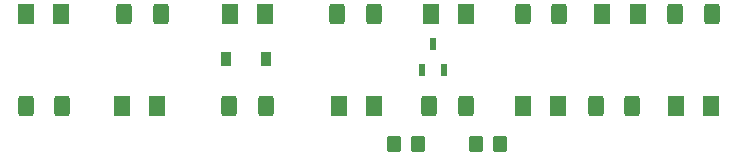
<source format=gbr>
%TF.GenerationSoftware,KiCad,Pcbnew,8.0.6*%
%TF.CreationDate,2025-02-14T22:00:12-04:00*%
%TF.ProjectId,nsec-ctf-sao-2025,6e736563-2d63-4746-962d-73616f2d3230,rev?*%
%TF.SameCoordinates,Original*%
%TF.FileFunction,Paste,Top*%
%TF.FilePolarity,Positive*%
%FSLAX46Y46*%
G04 Gerber Fmt 4.6, Leading zero omitted, Abs format (unit mm)*
G04 Created by KiCad (PCBNEW 8.0.6) date 2025-02-14 22:00:12*
%MOMM*%
%LPD*%
G01*
G04 APERTURE LIST*
G04 Aperture macros list*
%AMRoundRect*
0 Rectangle with rounded corners*
0 $1 Rounding radius*
0 $2 $3 $4 $5 $6 $7 $8 $9 X,Y pos of 4 corners*
0 Add a 4 corners polygon primitive as box body*
4,1,4,$2,$3,$4,$5,$6,$7,$8,$9,$2,$3,0*
0 Add four circle primitives for the rounded corners*
1,1,$1+$1,$2,$3*
1,1,$1+$1,$4,$5*
1,1,$1+$1,$6,$7*
1,1,$1+$1,$8,$9*
0 Add four rect primitives between the rounded corners*
20,1,$1+$1,$2,$3,$4,$5,0*
20,1,$1+$1,$4,$5,$6,$7,0*
20,1,$1+$1,$6,$7,$8,$9,0*
20,1,$1+$1,$8,$9,$2,$3,0*%
G04 Aperture macros list end*
%ADD10RoundRect,0.250001X0.462499X0.624999X-0.462499X0.624999X-0.462499X-0.624999X0.462499X-0.624999X0*%
%ADD11RoundRect,0.250001X-0.462499X-0.624999X0.462499X-0.624999X0.462499X0.624999X-0.462499X0.624999X0*%
%ADD12RoundRect,0.250000X-0.400000X-0.625000X0.400000X-0.625000X0.400000X0.625000X-0.400000X0.625000X0*%
%ADD13RoundRect,0.250000X0.400000X0.625000X-0.400000X0.625000X-0.400000X-0.625000X0.400000X-0.625000X0*%
%ADD14R,0.950013X1.150013*%
%ADD15R,0.532004X1.037490*%
%ADD16RoundRect,0.250000X-0.350000X-0.450000X0.350000X-0.450000X0.350000X0.450000X-0.350000X0.450000X0*%
G04 APERTURE END LIST*
D10*
%TO.C,D5*%
X121237500Y-89000000D03*
X118262500Y-89000000D03*
%TD*%
%TO.C,D2*%
X95062500Y-96750000D03*
X92087500Y-96750000D03*
%TD*%
D11*
%TO.C,D3*%
X101262500Y-89000000D03*
X104237500Y-89000000D03*
%TD*%
D12*
%TO.C,R2*%
X92275000Y-89000000D03*
X95375000Y-89000000D03*
%TD*%
D13*
%TO.C,R4*%
X113425000Y-88987500D03*
X110325000Y-88987500D03*
%TD*%
%TO.C,R6*%
X129125000Y-89000000D03*
X126025000Y-89000000D03*
%TD*%
%TO.C,R7*%
X135300000Y-96750000D03*
X132200000Y-96750000D03*
%TD*%
D14*
%TO.C,D10*%
X104267405Y-92825000D03*
X100882595Y-92825000D03*
%TD*%
D13*
%TO.C,R3*%
X104250000Y-96750000D03*
X101150000Y-96750000D03*
%TD*%
D10*
%TO.C,D1*%
X86932500Y-89000000D03*
X83957500Y-89000000D03*
%TD*%
D15*
%TO.C,U1*%
X117450038Y-93701346D03*
X119349962Y-93701346D03*
X118400000Y-91498654D03*
%TD*%
D11*
%TO.C,D7*%
X132762500Y-89000000D03*
X135737500Y-89000000D03*
%TD*%
%TO.C,D4*%
X110450000Y-96750000D03*
X113425000Y-96750000D03*
%TD*%
D13*
%TO.C,R8*%
X142000000Y-89000000D03*
X138900000Y-89000000D03*
%TD*%
D16*
%TO.C,R9*%
X122050000Y-100000000D03*
X124050000Y-100000000D03*
%TD*%
D12*
%TO.C,R1*%
X83950000Y-96750000D03*
X87050000Y-96750000D03*
%TD*%
D16*
%TO.C,R10*%
X115125000Y-100000000D03*
X117125000Y-100000000D03*
%TD*%
D12*
%TO.C,R5*%
X118075000Y-96750000D03*
X121175000Y-96750000D03*
%TD*%
D11*
%TO.C,D8*%
X138987500Y-96750000D03*
X141962500Y-96750000D03*
%TD*%
%TO.C,D6*%
X126012500Y-96750000D03*
X128987500Y-96750000D03*
%TD*%
M02*

</source>
